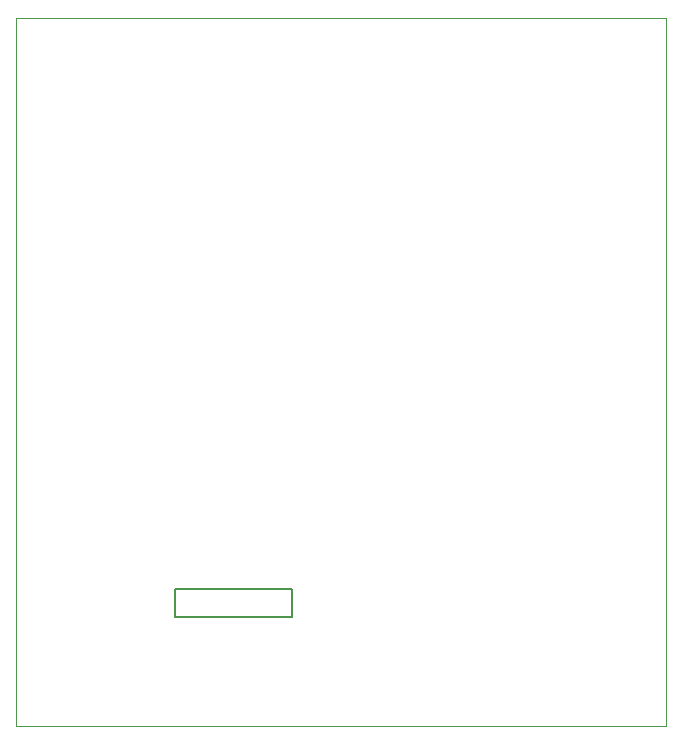
<source format=gko>
G04*
G04 #@! TF.GenerationSoftware,Altium Limited,Altium Designer,23.2.1 (34)*
G04*
G04 Layer_Color=16711935*
%FSLAX25Y25*%
%MOIN*%
G70*
G04*
G04 #@! TF.SameCoordinates,FA501D23-0FC8-4D01-95ED-A428C5D77BEE*
G04*
G04*
G04 #@! TF.FilePolarity,Positive*
G04*
G01*
G75*
%ADD10C,0.00500*%
%ADD12C,0.00000*%
D10*
X52755Y36377D02*
X91956D01*
Y45677D01*
X52755D02*
X91956D01*
X52755Y36377D02*
Y45677D01*
D12*
X0Y236220D02*
X216535D01*
Y0D02*
Y236220D01*
X0Y0D02*
X216535D01*
X0D02*
Y236220D01*
M02*

</source>
